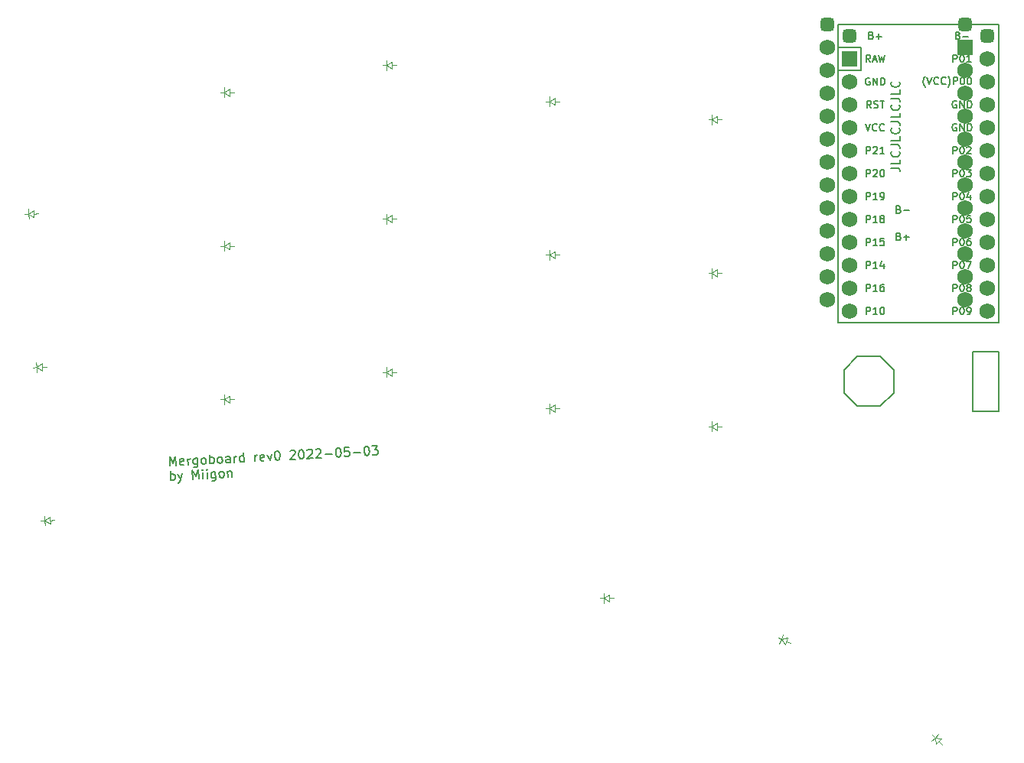
<source format=gbr>
%TF.GenerationSoftware,KiCad,Pcbnew,(6.0.4-0)*%
%TF.CreationDate,2022-05-03T20:10:54+08:00*%
%TF.ProjectId,board,626f6172-642e-46b6-9963-61645f706362,v1.0.0*%
%TF.SameCoordinates,Original*%
%TF.FileFunction,Legend,Top*%
%TF.FilePolarity,Positive*%
%FSLAX46Y46*%
G04 Gerber Fmt 4.6, Leading zero omitted, Abs format (unit mm)*
G04 Created by KiCad (PCBNEW (6.0.4-0)) date 2022-05-03 20:10:54*
%MOMM*%
%LPD*%
G01*
G04 APERTURE LIST*
G04 Aperture macros list*
%AMRoundRect*
0 Rectangle with rounded corners*
0 $1 Rounding radius*
0 $2 $3 $4 $5 $6 $7 $8 $9 X,Y pos of 4 corners*
0 Add a 4 corners polygon primitive as box body*
4,1,4,$2,$3,$4,$5,$6,$7,$8,$9,$2,$3,0*
0 Add four circle primitives for the rounded corners*
1,1,$1+$1,$2,$3*
1,1,$1+$1,$4,$5*
1,1,$1+$1,$6,$7*
1,1,$1+$1,$8,$9*
0 Add four rect primitives between the rounded corners*
20,1,$1+$1,$2,$3,$4,$5,0*
20,1,$1+$1,$4,$5,$6,$7,0*
20,1,$1+$1,$6,$7,$8,$9,0*
20,1,$1+$1,$8,$9,$2,$3,0*%
G04 Aperture macros list end*
%ADD10C,0.150000*%
%ADD11C,0.100000*%
%ADD12R,1.752600X1.752600*%
%ADD13C,1.752600*%
%ADD14RoundRect,0.375000X-0.375000X-0.375000X0.375000X-0.375000X0.375000X0.375000X-0.375000X0.375000X0*%
G04 APERTURE END LIST*
D10*
X53164854Y-81870208D02*
X53112518Y-80871578D01*
X53482777Y-81567440D01*
X53778271Y-80836688D01*
X53830607Y-81835317D01*
X54684083Y-81742904D02*
X54591467Y-81795442D01*
X54401252Y-81805411D01*
X54303652Y-81762841D01*
X54251114Y-81670226D01*
X54231177Y-81289796D01*
X54273746Y-81192196D01*
X54366361Y-81139658D01*
X54556577Y-81129689D01*
X54654176Y-81172259D01*
X54706715Y-81264874D01*
X54711699Y-81359981D01*
X54241145Y-81480011D01*
X55162113Y-81765536D02*
X55127222Y-81099783D01*
X55137191Y-81289998D02*
X55179760Y-81192398D01*
X55224822Y-81142352D01*
X55317437Y-81089814D01*
X55412545Y-81084830D01*
X56173405Y-81044955D02*
X56215773Y-81853369D01*
X56173203Y-81950969D01*
X56128142Y-82001015D01*
X56035526Y-82053553D01*
X55892865Y-82061030D01*
X55795265Y-82018460D01*
X56205804Y-81663154D02*
X56113188Y-81715692D01*
X55922973Y-81725661D01*
X55825374Y-81683091D01*
X55775328Y-81638030D01*
X55722789Y-81545414D01*
X55707836Y-81260092D01*
X55750406Y-81162492D01*
X55795467Y-81112446D01*
X55888083Y-81059908D01*
X56078298Y-81049939D01*
X56175898Y-81092508D01*
X56826495Y-81678309D02*
X56728895Y-81635740D01*
X56678849Y-81590678D01*
X56626311Y-81498063D01*
X56611358Y-81212740D01*
X56653928Y-81115140D01*
X56698989Y-81065094D01*
X56791605Y-81012556D01*
X56934266Y-81005080D01*
X57031866Y-81047649D01*
X57081912Y-81092711D01*
X57134450Y-81185326D01*
X57149403Y-81470649D01*
X57106834Y-81568249D01*
X57061772Y-81618295D01*
X56969157Y-81670833D01*
X56826495Y-81678309D01*
X57587356Y-81638434D02*
X57535020Y-80639805D01*
X57554957Y-81020235D02*
X57647573Y-80967697D01*
X57837788Y-80957728D01*
X57935388Y-81000298D01*
X57985434Y-81045359D01*
X58037972Y-81137975D01*
X58052925Y-81423297D01*
X58010356Y-81520897D01*
X57965294Y-81570943D01*
X57872679Y-81623481D01*
X57682463Y-81633450D01*
X57584864Y-81590880D01*
X58633539Y-81583606D02*
X58535939Y-81541037D01*
X58485893Y-81495975D01*
X58433355Y-81403360D01*
X58418402Y-81118037D01*
X58460972Y-81020437D01*
X58506033Y-80970391D01*
X58598649Y-80917853D01*
X58741310Y-80910377D01*
X58838910Y-80952946D01*
X58888956Y-80998008D01*
X58941494Y-81090623D01*
X58956447Y-81375946D01*
X58913878Y-81473545D01*
X58868816Y-81523591D01*
X58776201Y-81576130D01*
X58633539Y-81583606D01*
X59822384Y-81521301D02*
X59794970Y-80998210D01*
X59742432Y-80905594D01*
X59644832Y-80863025D01*
X59454617Y-80872994D01*
X59362001Y-80925532D01*
X59819892Y-81473748D02*
X59727276Y-81526286D01*
X59489507Y-81538747D01*
X59391908Y-81496177D01*
X59339369Y-81403562D01*
X59334385Y-81308454D01*
X59376954Y-81210855D01*
X59469570Y-81158316D01*
X59707339Y-81145855D01*
X59799954Y-81093317D01*
X60297922Y-81496380D02*
X60263031Y-80830627D01*
X60273000Y-81020842D02*
X60315569Y-80923242D01*
X60360631Y-80873196D01*
X60453246Y-80820658D01*
X60548354Y-80815673D01*
X61344105Y-81441551D02*
X61291769Y-80442922D01*
X61341613Y-81393998D02*
X61248997Y-81446536D01*
X61058782Y-81456505D01*
X60961183Y-81413935D01*
X60911137Y-81368873D01*
X60858598Y-81276258D01*
X60843645Y-80990935D01*
X60886215Y-80893336D01*
X60931276Y-80843290D01*
X61023892Y-80790751D01*
X61214107Y-80780783D01*
X61311707Y-80823352D01*
X62580504Y-81376754D02*
X62545613Y-80711001D01*
X62555582Y-80901217D02*
X62598151Y-80803617D01*
X62643213Y-80753571D01*
X62735828Y-80701033D01*
X62830936Y-80696048D01*
X63576641Y-81276865D02*
X63484025Y-81329403D01*
X63293810Y-81339372D01*
X63196211Y-81296802D01*
X63143672Y-81204187D01*
X63123735Y-80823757D01*
X63166304Y-80726157D01*
X63258920Y-80673619D01*
X63449135Y-80663650D01*
X63546735Y-80706219D01*
X63599273Y-80798835D01*
X63604257Y-80893942D01*
X63133704Y-81013972D01*
X63924673Y-80638728D02*
X64197332Y-81292020D01*
X64400211Y-80613806D01*
X64953411Y-80251023D02*
X65048518Y-80246039D01*
X65146118Y-80288608D01*
X65196164Y-80333670D01*
X65248702Y-80426285D01*
X65306225Y-80614008D01*
X65318686Y-80851777D01*
X65281101Y-81044485D01*
X65238531Y-81142084D01*
X65193470Y-81192130D01*
X65100854Y-81244668D01*
X65005747Y-81249653D01*
X64908147Y-81207083D01*
X64858101Y-81162022D01*
X64805563Y-81069406D01*
X64748040Y-80881684D01*
X64735579Y-80643915D01*
X64773164Y-80451207D01*
X64815734Y-80353607D01*
X64860795Y-80303562D01*
X64953411Y-80251023D01*
X66432562Y-80268873D02*
X66477624Y-80218827D01*
X66570239Y-80166289D01*
X66808008Y-80153828D01*
X66905608Y-80196397D01*
X66955654Y-80241459D01*
X67008192Y-80334074D01*
X67013177Y-80429182D01*
X66973099Y-80574336D01*
X66432360Y-81174887D01*
X67050560Y-81142489D01*
X67616423Y-80111461D02*
X67711530Y-80106476D01*
X67809130Y-80149046D01*
X67859176Y-80194107D01*
X67911714Y-80286723D01*
X67969237Y-80474446D01*
X67981698Y-80712215D01*
X67944113Y-80904922D01*
X67901543Y-81002522D01*
X67856482Y-81052568D01*
X67763866Y-81105106D01*
X67668759Y-81110090D01*
X67571159Y-81067521D01*
X67521113Y-81022459D01*
X67468575Y-80929844D01*
X67411052Y-80742121D01*
X67398591Y-80504352D01*
X67436176Y-80311645D01*
X67478746Y-80214045D01*
X67523807Y-80163999D01*
X67616423Y-80111461D01*
X68334714Y-80169186D02*
X68379776Y-80119140D01*
X68472391Y-80066601D01*
X68710160Y-80054140D01*
X68807760Y-80096710D01*
X68857806Y-80141771D01*
X68910344Y-80234387D01*
X68915328Y-80329494D01*
X68875251Y-80474648D01*
X68334512Y-81075200D01*
X68952711Y-81042801D01*
X69285790Y-80119342D02*
X69330851Y-80069296D01*
X69423467Y-80016758D01*
X69661236Y-80004297D01*
X69758835Y-80046866D01*
X69808881Y-80091928D01*
X69861420Y-80184543D01*
X69866404Y-80279651D01*
X69826327Y-80424804D01*
X69285588Y-81025356D01*
X69903787Y-80992957D01*
X70311833Y-80590097D02*
X71072694Y-80550222D01*
X71706049Y-79897133D02*
X71801156Y-79892148D01*
X71898756Y-79934718D01*
X71948802Y-79979779D01*
X72001340Y-80072395D01*
X72058863Y-80260118D01*
X72071323Y-80497887D01*
X72033738Y-80690594D01*
X71991169Y-80788194D01*
X71946107Y-80838240D01*
X71853492Y-80890778D01*
X71758384Y-80895762D01*
X71660785Y-80853193D01*
X71610739Y-80808131D01*
X71558201Y-80715516D01*
X71500678Y-80527793D01*
X71488217Y-80290024D01*
X71525802Y-80097316D01*
X71568372Y-79999717D01*
X71613433Y-79949671D01*
X71706049Y-79897133D01*
X72942447Y-79832336D02*
X72466909Y-79857258D01*
X72444277Y-80335288D01*
X72489339Y-80285242D01*
X72581954Y-80232703D01*
X72819723Y-80220243D01*
X72917323Y-80262812D01*
X72967369Y-80307874D01*
X73019907Y-80400489D01*
X73032368Y-80638258D01*
X72989799Y-80735858D01*
X72944737Y-80785904D01*
X72852122Y-80838442D01*
X72614353Y-80850903D01*
X72516753Y-80808333D01*
X72466707Y-80763272D01*
X73450383Y-80425613D02*
X74211244Y-80385738D01*
X74844598Y-79732648D02*
X74939706Y-79727664D01*
X75037306Y-79770233D01*
X75087352Y-79815295D01*
X75139890Y-79907910D01*
X75197412Y-80095633D01*
X75209873Y-80333402D01*
X75172288Y-80526109D01*
X75129719Y-80623709D01*
X75084657Y-80673755D01*
X74992042Y-80726293D01*
X74896934Y-80731278D01*
X74799335Y-80688708D01*
X74749289Y-80643647D01*
X74696751Y-80551031D01*
X74639228Y-80363308D01*
X74626767Y-80125539D01*
X74664352Y-79932832D01*
X74706921Y-79835232D01*
X74751983Y-79785186D01*
X74844598Y-79732648D01*
X75510352Y-79697758D02*
X76128551Y-79665359D01*
X75815612Y-80063235D01*
X75958273Y-80055758D01*
X76055873Y-80098328D01*
X76105919Y-80143389D01*
X76158457Y-80236005D01*
X76170918Y-80473773D01*
X76128349Y-80571373D01*
X76083287Y-80621419D01*
X75990672Y-80673957D01*
X75705349Y-80688910D01*
X75607749Y-80646341D01*
X75557703Y-80601279D01*
X53249115Y-83478002D02*
X53196779Y-82479372D01*
X53216716Y-82859803D02*
X53309332Y-82807264D01*
X53499547Y-82797296D01*
X53597146Y-82839865D01*
X53647192Y-82884927D01*
X53699731Y-82977542D01*
X53714684Y-83262865D01*
X53672114Y-83360465D01*
X53627053Y-83410510D01*
X53534437Y-83463049D01*
X53344222Y-83473017D01*
X53246622Y-83430448D01*
X54022638Y-82769882D02*
X54295298Y-83423174D01*
X54498176Y-82744960D02*
X54295298Y-83423174D01*
X54212651Y-83665927D01*
X54167590Y-83715973D01*
X54074974Y-83768511D01*
X55674358Y-83350900D02*
X55622022Y-82352271D01*
X55992281Y-83048132D01*
X56287775Y-82317380D01*
X56340111Y-83316010D01*
X56815649Y-83291088D02*
X56780758Y-82625335D01*
X56763313Y-82292458D02*
X56718251Y-82342504D01*
X56768297Y-82387566D01*
X56813359Y-82337520D01*
X56763313Y-82292458D01*
X56768297Y-82387566D01*
X57291187Y-83266166D02*
X57256296Y-82600413D01*
X57238851Y-82267536D02*
X57193789Y-82317582D01*
X57243835Y-82362644D01*
X57288897Y-82312598D01*
X57238851Y-82267536D01*
X57243835Y-82362644D01*
X58159818Y-82553061D02*
X58202185Y-83361476D01*
X58159616Y-83459075D01*
X58114554Y-83509121D01*
X58021939Y-83561659D01*
X57879277Y-83569136D01*
X57781678Y-83526567D01*
X58192216Y-83171260D02*
X58099601Y-83223799D01*
X57909386Y-83233767D01*
X57811786Y-83191198D01*
X57761740Y-83146136D01*
X57709202Y-83053521D01*
X57694249Y-82768198D01*
X57736818Y-82670598D01*
X57781880Y-82620552D01*
X57874495Y-82568014D01*
X58064710Y-82558046D01*
X58162310Y-82600615D01*
X58812908Y-83186416D02*
X58715308Y-83143846D01*
X58665262Y-83098785D01*
X58612724Y-83006169D01*
X58597771Y-82720847D01*
X58640340Y-82623247D01*
X58685402Y-82573201D01*
X58778017Y-82520663D01*
X58920678Y-82513186D01*
X59018278Y-82555756D01*
X59068324Y-82600817D01*
X59120862Y-82693433D01*
X59135815Y-82978755D01*
X59093246Y-83076355D01*
X59048184Y-83126401D01*
X58955569Y-83178939D01*
X58812908Y-83186416D01*
X59538878Y-82480788D02*
X59573768Y-83146541D01*
X59543862Y-82575895D02*
X59588924Y-82525849D01*
X59681539Y-82473311D01*
X59824200Y-82465835D01*
X59921800Y-82508404D01*
X59974338Y-82601019D01*
X60001752Y-83124111D01*
X132922380Y-48908690D02*
X133636666Y-48908690D01*
X133779523Y-48956309D01*
X133874761Y-49051547D01*
X133922380Y-49194404D01*
X133922380Y-49289642D01*
X133922380Y-47956309D02*
X133922380Y-48432500D01*
X132922380Y-48432500D01*
X133827142Y-47051547D02*
X133874761Y-47099166D01*
X133922380Y-47242023D01*
X133922380Y-47337261D01*
X133874761Y-47480119D01*
X133779523Y-47575357D01*
X133684285Y-47622976D01*
X133493809Y-47670595D01*
X133350952Y-47670595D01*
X133160476Y-47622976D01*
X133065238Y-47575357D01*
X132970000Y-47480119D01*
X132922380Y-47337261D01*
X132922380Y-47242023D01*
X132970000Y-47099166D01*
X133017619Y-47051547D01*
X132922380Y-46337261D02*
X133636666Y-46337261D01*
X133779523Y-46384880D01*
X133874761Y-46480119D01*
X133922380Y-46622976D01*
X133922380Y-46718214D01*
X133922380Y-45384880D02*
X133922380Y-45861071D01*
X132922380Y-45861071D01*
X133827142Y-44480119D02*
X133874761Y-44527738D01*
X133922380Y-44670595D01*
X133922380Y-44765833D01*
X133874761Y-44908690D01*
X133779523Y-45003928D01*
X133684285Y-45051547D01*
X133493809Y-45099166D01*
X133350952Y-45099166D01*
X133160476Y-45051547D01*
X133065238Y-45003928D01*
X132970000Y-44908690D01*
X132922380Y-44765833D01*
X132922380Y-44670595D01*
X132970000Y-44527738D01*
X133017619Y-44480119D01*
X132922380Y-43765833D02*
X133636666Y-43765833D01*
X133779523Y-43813452D01*
X133874761Y-43908690D01*
X133922380Y-44051547D01*
X133922380Y-44146785D01*
X133922380Y-42813452D02*
X133922380Y-43289642D01*
X132922380Y-43289642D01*
X133827142Y-41908690D02*
X133874761Y-41956309D01*
X133922380Y-42099166D01*
X133922380Y-42194404D01*
X133874761Y-42337261D01*
X133779523Y-42432500D01*
X133684285Y-42480119D01*
X133493809Y-42527738D01*
X133350952Y-42527738D01*
X133160476Y-42480119D01*
X133065238Y-42432500D01*
X132970000Y-42337261D01*
X132922380Y-42194404D01*
X132922380Y-42099166D01*
X132970000Y-41956309D01*
X133017619Y-41908690D01*
X132922380Y-41194404D02*
X133636666Y-41194404D01*
X133779523Y-41242023D01*
X133874761Y-41337261D01*
X133922380Y-41480119D01*
X133922380Y-41575357D01*
X133922380Y-40242023D02*
X133922380Y-40718214D01*
X132922380Y-40718214D01*
X133827142Y-39337261D02*
X133874761Y-39384880D01*
X133922380Y-39527738D01*
X133922380Y-39622976D01*
X133874761Y-39765833D01*
X133779523Y-39861071D01*
X133684285Y-39908690D01*
X133493809Y-39956309D01*
X133350952Y-39956309D01*
X133160476Y-39908690D01*
X133065238Y-39861071D01*
X132970000Y-39765833D01*
X132922380Y-39622976D01*
X132922380Y-39527738D01*
X132970000Y-39384880D01*
X133017619Y-39337261D01*
%TO.C,PAD1*%
X133781904Y-56472857D02*
X133896190Y-56510952D01*
X133934285Y-56549047D01*
X133972380Y-56625238D01*
X133972380Y-56739523D01*
X133934285Y-56815714D01*
X133896190Y-56853809D01*
X133820000Y-56891904D01*
X133515238Y-56891904D01*
X133515238Y-56091904D01*
X133781904Y-56091904D01*
X133858095Y-56130000D01*
X133896190Y-56168095D01*
X133934285Y-56244285D01*
X133934285Y-56320476D01*
X133896190Y-56396666D01*
X133858095Y-56434761D01*
X133781904Y-56472857D01*
X133515238Y-56472857D01*
X134315238Y-56587142D02*
X134924761Y-56587142D01*
X134620000Y-56891904D02*
X134620000Y-56282380D01*
%TO.C,MCU2*%
X139798571Y-60031904D02*
X139798571Y-59231904D01*
X140103333Y-59231904D01*
X140179523Y-59270000D01*
X140217619Y-59308095D01*
X140255714Y-59384285D01*
X140255714Y-59498571D01*
X140217619Y-59574761D01*
X140179523Y-59612857D01*
X140103333Y-59650952D01*
X139798571Y-59650952D01*
X140750952Y-59231904D02*
X140827142Y-59231904D01*
X140903333Y-59270000D01*
X140941428Y-59308095D01*
X140979523Y-59384285D01*
X141017619Y-59536666D01*
X141017619Y-59727142D01*
X140979523Y-59879523D01*
X140941428Y-59955714D01*
X140903333Y-59993809D01*
X140827142Y-60031904D01*
X140750952Y-60031904D01*
X140674761Y-59993809D01*
X140636666Y-59955714D01*
X140598571Y-59879523D01*
X140560476Y-59727142D01*
X140560476Y-59536666D01*
X140598571Y-59384285D01*
X140636666Y-59308095D01*
X140674761Y-59270000D01*
X140750952Y-59231904D01*
X141284285Y-59231904D02*
X141817619Y-59231904D01*
X141474761Y-60031904D01*
X130731904Y-42251904D02*
X130465238Y-41870952D01*
X130274761Y-42251904D02*
X130274761Y-41451904D01*
X130579523Y-41451904D01*
X130655714Y-41490000D01*
X130693809Y-41528095D01*
X130731904Y-41604285D01*
X130731904Y-41718571D01*
X130693809Y-41794761D01*
X130655714Y-41832857D01*
X130579523Y-41870952D01*
X130274761Y-41870952D01*
X131036666Y-42213809D02*
X131150952Y-42251904D01*
X131341428Y-42251904D01*
X131417619Y-42213809D01*
X131455714Y-42175714D01*
X131493809Y-42099523D01*
X131493809Y-42023333D01*
X131455714Y-41947142D01*
X131417619Y-41909047D01*
X131341428Y-41870952D01*
X131189047Y-41832857D01*
X131112857Y-41794761D01*
X131074761Y-41756666D01*
X131036666Y-41680476D01*
X131036666Y-41604285D01*
X131074761Y-41528095D01*
X131112857Y-41490000D01*
X131189047Y-41451904D01*
X131379523Y-41451904D01*
X131493809Y-41490000D01*
X131722380Y-41451904D02*
X132179523Y-41451904D01*
X131950952Y-42251904D02*
X131950952Y-41451904D01*
X130617619Y-37171904D02*
X130350952Y-36790952D01*
X130160476Y-37171904D02*
X130160476Y-36371904D01*
X130465238Y-36371904D01*
X130541428Y-36410000D01*
X130579523Y-36448095D01*
X130617619Y-36524285D01*
X130617619Y-36638571D01*
X130579523Y-36714761D01*
X130541428Y-36752857D01*
X130465238Y-36790952D01*
X130160476Y-36790952D01*
X130922380Y-36943333D02*
X131303333Y-36943333D01*
X130846190Y-37171904D02*
X131112857Y-36371904D01*
X131379523Y-37171904D01*
X131570000Y-36371904D02*
X131760476Y-37171904D01*
X131912857Y-36600476D01*
X132065238Y-37171904D01*
X132255714Y-36371904D01*
X139798571Y-54951904D02*
X139798571Y-54151904D01*
X140103333Y-54151904D01*
X140179523Y-54190000D01*
X140217619Y-54228095D01*
X140255714Y-54304285D01*
X140255714Y-54418571D01*
X140217619Y-54494761D01*
X140179523Y-54532857D01*
X140103333Y-54570952D01*
X139798571Y-54570952D01*
X140750952Y-54151904D02*
X140827142Y-54151904D01*
X140903333Y-54190000D01*
X140941428Y-54228095D01*
X140979523Y-54304285D01*
X141017619Y-54456666D01*
X141017619Y-54647142D01*
X140979523Y-54799523D01*
X140941428Y-54875714D01*
X140903333Y-54913809D01*
X140827142Y-54951904D01*
X140750952Y-54951904D01*
X140674761Y-54913809D01*
X140636666Y-54875714D01*
X140598571Y-54799523D01*
X140560476Y-54647142D01*
X140560476Y-54456666D01*
X140598571Y-54304285D01*
X140636666Y-54228095D01*
X140674761Y-54190000D01*
X140750952Y-54151904D01*
X141741428Y-54151904D02*
X141360476Y-54151904D01*
X141322380Y-54532857D01*
X141360476Y-54494761D01*
X141436666Y-54456666D01*
X141627142Y-54456666D01*
X141703333Y-54494761D01*
X141741428Y-54532857D01*
X141779523Y-54609047D01*
X141779523Y-54799523D01*
X141741428Y-54875714D01*
X141703333Y-54913809D01*
X141627142Y-54951904D01*
X141436666Y-54951904D01*
X141360476Y-54913809D01*
X141322380Y-54875714D01*
X130198571Y-54951904D02*
X130198571Y-54151904D01*
X130503333Y-54151904D01*
X130579523Y-54190000D01*
X130617619Y-54228095D01*
X130655714Y-54304285D01*
X130655714Y-54418571D01*
X130617619Y-54494761D01*
X130579523Y-54532857D01*
X130503333Y-54570952D01*
X130198571Y-54570952D01*
X131417619Y-54951904D02*
X130960476Y-54951904D01*
X131189047Y-54951904D02*
X131189047Y-54151904D01*
X131112857Y-54266190D01*
X131036666Y-54342380D01*
X130960476Y-54380476D01*
X131874761Y-54494761D02*
X131798571Y-54456666D01*
X131760476Y-54418571D01*
X131722380Y-54342380D01*
X131722380Y-54304285D01*
X131760476Y-54228095D01*
X131798571Y-54190000D01*
X131874761Y-54151904D01*
X132027142Y-54151904D01*
X132103333Y-54190000D01*
X132141428Y-54228095D01*
X132179523Y-54304285D01*
X132179523Y-54342380D01*
X132141428Y-54418571D01*
X132103333Y-54456666D01*
X132027142Y-54494761D01*
X131874761Y-54494761D01*
X131798571Y-54532857D01*
X131760476Y-54570952D01*
X131722380Y-54647142D01*
X131722380Y-54799523D01*
X131760476Y-54875714D01*
X131798571Y-54913809D01*
X131874761Y-54951904D01*
X132027142Y-54951904D01*
X132103333Y-54913809D01*
X132141428Y-54875714D01*
X132179523Y-54799523D01*
X132179523Y-54647142D01*
X132141428Y-54570952D01*
X132103333Y-54532857D01*
X132027142Y-54494761D01*
X130198571Y-65111904D02*
X130198571Y-64311904D01*
X130503333Y-64311904D01*
X130579523Y-64350000D01*
X130617619Y-64388095D01*
X130655714Y-64464285D01*
X130655714Y-64578571D01*
X130617619Y-64654761D01*
X130579523Y-64692857D01*
X130503333Y-64730952D01*
X130198571Y-64730952D01*
X131417619Y-65111904D02*
X130960476Y-65111904D01*
X131189047Y-65111904D02*
X131189047Y-64311904D01*
X131112857Y-64426190D01*
X131036666Y-64502380D01*
X130960476Y-64540476D01*
X131912857Y-64311904D02*
X131989047Y-64311904D01*
X132065238Y-64350000D01*
X132103333Y-64388095D01*
X132141428Y-64464285D01*
X132179523Y-64616666D01*
X132179523Y-64807142D01*
X132141428Y-64959523D01*
X132103333Y-65035714D01*
X132065238Y-65073809D01*
X131989047Y-65111904D01*
X131912857Y-65111904D01*
X131836666Y-65073809D01*
X131798571Y-65035714D01*
X131760476Y-64959523D01*
X131722380Y-64807142D01*
X131722380Y-64616666D01*
X131760476Y-64464285D01*
X131798571Y-64388095D01*
X131836666Y-64350000D01*
X131912857Y-64311904D01*
X136710343Y-39952791D02*
X136672248Y-39914696D01*
X136596057Y-39800410D01*
X136557962Y-39724220D01*
X136519867Y-39609934D01*
X136481771Y-39419458D01*
X136481771Y-39267077D01*
X136519867Y-39076601D01*
X136557962Y-38962315D01*
X136596057Y-38886125D01*
X136672248Y-38771839D01*
X136710343Y-38733744D01*
X136900819Y-38848029D02*
X137167486Y-39648029D01*
X137434152Y-38848029D01*
X138157962Y-39571839D02*
X138119867Y-39609934D01*
X138005581Y-39648029D01*
X137929391Y-39648029D01*
X137815105Y-39609934D01*
X137738914Y-39533744D01*
X137700819Y-39457553D01*
X137662724Y-39305172D01*
X137662724Y-39190886D01*
X137700819Y-39038505D01*
X137738914Y-38962315D01*
X137815105Y-38886125D01*
X137929391Y-38848029D01*
X138005581Y-38848029D01*
X138119867Y-38886125D01*
X138157962Y-38924220D01*
X138957962Y-39571839D02*
X138919867Y-39609934D01*
X138805581Y-39648029D01*
X138729391Y-39648029D01*
X138615105Y-39609934D01*
X138538914Y-39533744D01*
X138500819Y-39457553D01*
X138462724Y-39305172D01*
X138462724Y-39190886D01*
X138500819Y-39038505D01*
X138538914Y-38962315D01*
X138615105Y-38886125D01*
X138729391Y-38848029D01*
X138805581Y-38848029D01*
X138919867Y-38886125D01*
X138957962Y-38924220D01*
X139224629Y-39952791D02*
X139262724Y-39914696D01*
X139338914Y-39800410D01*
X139377010Y-39724220D01*
X139415105Y-39609934D01*
X139453200Y-39419458D01*
X139453200Y-39267077D01*
X139415105Y-39076601D01*
X139377010Y-38962315D01*
X139338914Y-38886125D01*
X139262724Y-38771839D01*
X139224629Y-38733744D01*
X139834152Y-39648029D02*
X139834152Y-38848029D01*
X140138914Y-38848029D01*
X140215105Y-38886125D01*
X140253200Y-38924220D01*
X140291295Y-39000410D01*
X140291295Y-39114696D01*
X140253200Y-39190886D01*
X140215105Y-39228982D01*
X140138914Y-39267077D01*
X139834152Y-39267077D01*
X140786533Y-38848029D02*
X140862724Y-38848029D01*
X140938914Y-38886125D01*
X140977010Y-38924220D01*
X141015105Y-39000410D01*
X141053200Y-39152791D01*
X141053200Y-39343267D01*
X141015105Y-39495648D01*
X140977010Y-39571839D01*
X140938914Y-39609934D01*
X140862724Y-39648029D01*
X140786533Y-39648029D01*
X140710343Y-39609934D01*
X140672248Y-39571839D01*
X140634152Y-39495648D01*
X140596057Y-39343267D01*
X140596057Y-39152791D01*
X140634152Y-39000410D01*
X140672248Y-38924220D01*
X140710343Y-38886125D01*
X140786533Y-38848029D01*
X141548438Y-38848029D02*
X141624629Y-38848029D01*
X141700819Y-38886125D01*
X141738914Y-38924220D01*
X141777010Y-39000410D01*
X141815105Y-39152791D01*
X141815105Y-39343267D01*
X141777010Y-39495648D01*
X141738914Y-39571839D01*
X141700819Y-39609934D01*
X141624629Y-39648029D01*
X141548438Y-39648029D01*
X141472248Y-39609934D01*
X141434152Y-39571839D01*
X141396057Y-39495648D01*
X141357962Y-39343267D01*
X141357962Y-39152791D01*
X141396057Y-39000410D01*
X141434152Y-38924220D01*
X141472248Y-38886125D01*
X141548438Y-38848029D01*
X140160476Y-44030000D02*
X140084285Y-43991904D01*
X139970000Y-43991904D01*
X139855714Y-44030000D01*
X139779523Y-44106190D01*
X139741428Y-44182380D01*
X139703333Y-44334761D01*
X139703333Y-44449047D01*
X139741428Y-44601428D01*
X139779523Y-44677619D01*
X139855714Y-44753809D01*
X139970000Y-44791904D01*
X140046190Y-44791904D01*
X140160476Y-44753809D01*
X140198571Y-44715714D01*
X140198571Y-44449047D01*
X140046190Y-44449047D01*
X140541428Y-44791904D02*
X140541428Y-43991904D01*
X140998571Y-44791904D01*
X140998571Y-43991904D01*
X141379523Y-44791904D02*
X141379523Y-43991904D01*
X141570000Y-43991904D01*
X141684285Y-44030000D01*
X141760476Y-44106190D01*
X141798571Y-44182380D01*
X141836666Y-44334761D01*
X141836666Y-44449047D01*
X141798571Y-44601428D01*
X141760476Y-44677619D01*
X141684285Y-44753809D01*
X141570000Y-44791904D01*
X141379523Y-44791904D01*
X130103333Y-43991904D02*
X130370000Y-44791904D01*
X130636666Y-43991904D01*
X131360476Y-44715714D02*
X131322380Y-44753809D01*
X131208095Y-44791904D01*
X131131904Y-44791904D01*
X131017619Y-44753809D01*
X130941428Y-44677619D01*
X130903333Y-44601428D01*
X130865238Y-44449047D01*
X130865238Y-44334761D01*
X130903333Y-44182380D01*
X130941428Y-44106190D01*
X131017619Y-44030000D01*
X131131904Y-43991904D01*
X131208095Y-43991904D01*
X131322380Y-44030000D01*
X131360476Y-44068095D01*
X132160476Y-44715714D02*
X132122380Y-44753809D01*
X132008095Y-44791904D01*
X131931904Y-44791904D01*
X131817619Y-44753809D01*
X131741428Y-44677619D01*
X131703333Y-44601428D01*
X131665238Y-44449047D01*
X131665238Y-44334761D01*
X131703333Y-44182380D01*
X131741428Y-44106190D01*
X131817619Y-44030000D01*
X131931904Y-43991904D01*
X132008095Y-43991904D01*
X132122380Y-44030000D01*
X132160476Y-44068095D01*
X139798571Y-52411904D02*
X139798571Y-51611904D01*
X140103333Y-51611904D01*
X140179523Y-51650000D01*
X140217619Y-51688095D01*
X140255714Y-51764285D01*
X140255714Y-51878571D01*
X140217619Y-51954761D01*
X140179523Y-51992857D01*
X140103333Y-52030952D01*
X139798571Y-52030952D01*
X140750952Y-51611904D02*
X140827142Y-51611904D01*
X140903333Y-51650000D01*
X140941428Y-51688095D01*
X140979523Y-51764285D01*
X141017619Y-51916666D01*
X141017619Y-52107142D01*
X140979523Y-52259523D01*
X140941428Y-52335714D01*
X140903333Y-52373809D01*
X140827142Y-52411904D01*
X140750952Y-52411904D01*
X140674761Y-52373809D01*
X140636666Y-52335714D01*
X140598571Y-52259523D01*
X140560476Y-52107142D01*
X140560476Y-51916666D01*
X140598571Y-51764285D01*
X140636666Y-51688095D01*
X140674761Y-51650000D01*
X140750952Y-51611904D01*
X141703333Y-51878571D02*
X141703333Y-52411904D01*
X141512857Y-51573809D02*
X141322380Y-52145238D01*
X141817619Y-52145238D01*
X130198571Y-49871904D02*
X130198571Y-49071904D01*
X130503333Y-49071904D01*
X130579523Y-49110000D01*
X130617619Y-49148095D01*
X130655714Y-49224285D01*
X130655714Y-49338571D01*
X130617619Y-49414761D01*
X130579523Y-49452857D01*
X130503333Y-49490952D01*
X130198571Y-49490952D01*
X130960476Y-49148095D02*
X130998571Y-49110000D01*
X131074761Y-49071904D01*
X131265238Y-49071904D01*
X131341428Y-49110000D01*
X131379523Y-49148095D01*
X131417619Y-49224285D01*
X131417619Y-49300476D01*
X131379523Y-49414761D01*
X130922380Y-49871904D01*
X131417619Y-49871904D01*
X131912857Y-49071904D02*
X131989047Y-49071904D01*
X132065238Y-49110000D01*
X132103333Y-49148095D01*
X132141428Y-49224285D01*
X132179523Y-49376666D01*
X132179523Y-49567142D01*
X132141428Y-49719523D01*
X132103333Y-49795714D01*
X132065238Y-49833809D01*
X131989047Y-49871904D01*
X131912857Y-49871904D01*
X131836666Y-49833809D01*
X131798571Y-49795714D01*
X131760476Y-49719523D01*
X131722380Y-49567142D01*
X131722380Y-49376666D01*
X131760476Y-49224285D01*
X131798571Y-49148095D01*
X131836666Y-49110000D01*
X131912857Y-49071904D01*
X130198571Y-57491904D02*
X130198571Y-56691904D01*
X130503333Y-56691904D01*
X130579523Y-56730000D01*
X130617619Y-56768095D01*
X130655714Y-56844285D01*
X130655714Y-56958571D01*
X130617619Y-57034761D01*
X130579523Y-57072857D01*
X130503333Y-57110952D01*
X130198571Y-57110952D01*
X131417619Y-57491904D02*
X130960476Y-57491904D01*
X131189047Y-57491904D02*
X131189047Y-56691904D01*
X131112857Y-56806190D01*
X131036666Y-56882380D01*
X130960476Y-56920476D01*
X132141428Y-56691904D02*
X131760476Y-56691904D01*
X131722380Y-57072857D01*
X131760476Y-57034761D01*
X131836666Y-56996666D01*
X132027142Y-56996666D01*
X132103333Y-57034761D01*
X132141428Y-57072857D01*
X132179523Y-57149047D01*
X132179523Y-57339523D01*
X132141428Y-57415714D01*
X132103333Y-57453809D01*
X132027142Y-57491904D01*
X131836666Y-57491904D01*
X131760476Y-57453809D01*
X131722380Y-57415714D01*
X130198571Y-47331904D02*
X130198571Y-46531904D01*
X130503333Y-46531904D01*
X130579523Y-46570000D01*
X130617619Y-46608095D01*
X130655714Y-46684285D01*
X130655714Y-46798571D01*
X130617619Y-46874761D01*
X130579523Y-46912857D01*
X130503333Y-46950952D01*
X130198571Y-46950952D01*
X130960476Y-46608095D02*
X130998571Y-46570000D01*
X131074761Y-46531904D01*
X131265238Y-46531904D01*
X131341428Y-46570000D01*
X131379523Y-46608095D01*
X131417619Y-46684285D01*
X131417619Y-46760476D01*
X131379523Y-46874761D01*
X130922380Y-47331904D01*
X131417619Y-47331904D01*
X132179523Y-47331904D02*
X131722380Y-47331904D01*
X131950952Y-47331904D02*
X131950952Y-46531904D01*
X131874761Y-46646190D01*
X131798571Y-46722380D01*
X131722380Y-46760476D01*
X139798571Y-37171904D02*
X139798571Y-36371904D01*
X140103333Y-36371904D01*
X140179523Y-36410000D01*
X140217619Y-36448095D01*
X140255714Y-36524285D01*
X140255714Y-36638571D01*
X140217619Y-36714761D01*
X140179523Y-36752857D01*
X140103333Y-36790952D01*
X139798571Y-36790952D01*
X140750952Y-36371904D02*
X140827142Y-36371904D01*
X140903333Y-36410000D01*
X140941428Y-36448095D01*
X140979523Y-36524285D01*
X141017619Y-36676666D01*
X141017619Y-36867142D01*
X140979523Y-37019523D01*
X140941428Y-37095714D01*
X140903333Y-37133809D01*
X140827142Y-37171904D01*
X140750952Y-37171904D01*
X140674761Y-37133809D01*
X140636666Y-37095714D01*
X140598571Y-37019523D01*
X140560476Y-36867142D01*
X140560476Y-36676666D01*
X140598571Y-36524285D01*
X140636666Y-36448095D01*
X140674761Y-36410000D01*
X140750952Y-36371904D01*
X141779523Y-37171904D02*
X141322380Y-37171904D01*
X141550952Y-37171904D02*
X141550952Y-36371904D01*
X141474761Y-36486190D01*
X141398571Y-36562380D01*
X141322380Y-36600476D01*
X130731904Y-34212857D02*
X130846190Y-34250952D01*
X130884285Y-34289047D01*
X130922380Y-34365238D01*
X130922380Y-34479523D01*
X130884285Y-34555714D01*
X130846190Y-34593809D01*
X130770000Y-34631904D01*
X130465238Y-34631904D01*
X130465238Y-33831904D01*
X130731904Y-33831904D01*
X130808095Y-33870000D01*
X130846190Y-33908095D01*
X130884285Y-33984285D01*
X130884285Y-34060476D01*
X130846190Y-34136666D01*
X130808095Y-34174761D01*
X130731904Y-34212857D01*
X130465238Y-34212857D01*
X131265238Y-34327142D02*
X131874761Y-34327142D01*
X131570000Y-34631904D02*
X131570000Y-34022380D01*
X130198571Y-62571904D02*
X130198571Y-61771904D01*
X130503333Y-61771904D01*
X130579523Y-61810000D01*
X130617619Y-61848095D01*
X130655714Y-61924285D01*
X130655714Y-62038571D01*
X130617619Y-62114761D01*
X130579523Y-62152857D01*
X130503333Y-62190952D01*
X130198571Y-62190952D01*
X131417619Y-62571904D02*
X130960476Y-62571904D01*
X131189047Y-62571904D02*
X131189047Y-61771904D01*
X131112857Y-61886190D01*
X131036666Y-61962380D01*
X130960476Y-62000476D01*
X132103333Y-61771904D02*
X131950952Y-61771904D01*
X131874761Y-61810000D01*
X131836666Y-61848095D01*
X131760476Y-61962380D01*
X131722380Y-62114761D01*
X131722380Y-62419523D01*
X131760476Y-62495714D01*
X131798571Y-62533809D01*
X131874761Y-62571904D01*
X132027142Y-62571904D01*
X132103333Y-62533809D01*
X132141428Y-62495714D01*
X132179523Y-62419523D01*
X132179523Y-62229047D01*
X132141428Y-62152857D01*
X132103333Y-62114761D01*
X132027142Y-62076666D01*
X131874761Y-62076666D01*
X131798571Y-62114761D01*
X131760476Y-62152857D01*
X131722380Y-62229047D01*
X140160476Y-41490000D02*
X140084285Y-41451904D01*
X139970000Y-41451904D01*
X139855714Y-41490000D01*
X139779523Y-41566190D01*
X139741428Y-41642380D01*
X139703333Y-41794761D01*
X139703333Y-41909047D01*
X139741428Y-42061428D01*
X139779523Y-42137619D01*
X139855714Y-42213809D01*
X139970000Y-42251904D01*
X140046190Y-42251904D01*
X140160476Y-42213809D01*
X140198571Y-42175714D01*
X140198571Y-41909047D01*
X140046190Y-41909047D01*
X140541428Y-42251904D02*
X140541428Y-41451904D01*
X140998571Y-42251904D01*
X140998571Y-41451904D01*
X141379523Y-42251904D02*
X141379523Y-41451904D01*
X141570000Y-41451904D01*
X141684285Y-41490000D01*
X141760476Y-41566190D01*
X141798571Y-41642380D01*
X141836666Y-41794761D01*
X141836666Y-41909047D01*
X141798571Y-42061428D01*
X141760476Y-42137619D01*
X141684285Y-42213809D01*
X141570000Y-42251904D01*
X141379523Y-42251904D01*
X139798571Y-47331904D02*
X139798571Y-46531904D01*
X140103333Y-46531904D01*
X140179523Y-46570000D01*
X140217619Y-46608095D01*
X140255714Y-46684285D01*
X140255714Y-46798571D01*
X140217619Y-46874761D01*
X140179523Y-46912857D01*
X140103333Y-46950952D01*
X139798571Y-46950952D01*
X140750952Y-46531904D02*
X140827142Y-46531904D01*
X140903333Y-46570000D01*
X140941428Y-46608095D01*
X140979523Y-46684285D01*
X141017619Y-46836666D01*
X141017619Y-47027142D01*
X140979523Y-47179523D01*
X140941428Y-47255714D01*
X140903333Y-47293809D01*
X140827142Y-47331904D01*
X140750952Y-47331904D01*
X140674761Y-47293809D01*
X140636666Y-47255714D01*
X140598571Y-47179523D01*
X140560476Y-47027142D01*
X140560476Y-46836666D01*
X140598571Y-46684285D01*
X140636666Y-46608095D01*
X140674761Y-46570000D01*
X140750952Y-46531904D01*
X141322380Y-46608095D02*
X141360476Y-46570000D01*
X141436666Y-46531904D01*
X141627142Y-46531904D01*
X141703333Y-46570000D01*
X141741428Y-46608095D01*
X141779523Y-46684285D01*
X141779523Y-46760476D01*
X141741428Y-46874761D01*
X141284285Y-47331904D01*
X141779523Y-47331904D01*
X130198571Y-60031904D02*
X130198571Y-59231904D01*
X130503333Y-59231904D01*
X130579523Y-59270000D01*
X130617619Y-59308095D01*
X130655714Y-59384285D01*
X130655714Y-59498571D01*
X130617619Y-59574761D01*
X130579523Y-59612857D01*
X130503333Y-59650952D01*
X130198571Y-59650952D01*
X131417619Y-60031904D02*
X130960476Y-60031904D01*
X131189047Y-60031904D02*
X131189047Y-59231904D01*
X131112857Y-59346190D01*
X131036666Y-59422380D01*
X130960476Y-59460476D01*
X132103333Y-59498571D02*
X132103333Y-60031904D01*
X131912857Y-59193809D02*
X131722380Y-59765238D01*
X132217619Y-59765238D01*
X139798571Y-49871904D02*
X139798571Y-49071904D01*
X140103333Y-49071904D01*
X140179523Y-49110000D01*
X140217619Y-49148095D01*
X140255714Y-49224285D01*
X140255714Y-49338571D01*
X140217619Y-49414761D01*
X140179523Y-49452857D01*
X140103333Y-49490952D01*
X139798571Y-49490952D01*
X140750952Y-49071904D02*
X140827142Y-49071904D01*
X140903333Y-49110000D01*
X140941428Y-49148095D01*
X140979523Y-49224285D01*
X141017619Y-49376666D01*
X141017619Y-49567142D01*
X140979523Y-49719523D01*
X140941428Y-49795714D01*
X140903333Y-49833809D01*
X140827142Y-49871904D01*
X140750952Y-49871904D01*
X140674761Y-49833809D01*
X140636666Y-49795714D01*
X140598571Y-49719523D01*
X140560476Y-49567142D01*
X140560476Y-49376666D01*
X140598571Y-49224285D01*
X140636666Y-49148095D01*
X140674761Y-49110000D01*
X140750952Y-49071904D01*
X141284285Y-49071904D02*
X141779523Y-49071904D01*
X141512857Y-49376666D01*
X141627142Y-49376666D01*
X141703333Y-49414761D01*
X141741428Y-49452857D01*
X141779523Y-49529047D01*
X141779523Y-49719523D01*
X141741428Y-49795714D01*
X141703333Y-49833809D01*
X141627142Y-49871904D01*
X141398571Y-49871904D01*
X141322380Y-49833809D01*
X141284285Y-49795714D01*
X130560476Y-38950000D02*
X130484285Y-38911904D01*
X130370000Y-38911904D01*
X130255714Y-38950000D01*
X130179523Y-39026190D01*
X130141428Y-39102380D01*
X130103333Y-39254761D01*
X130103333Y-39369047D01*
X130141428Y-39521428D01*
X130179523Y-39597619D01*
X130255714Y-39673809D01*
X130370000Y-39711904D01*
X130446190Y-39711904D01*
X130560476Y-39673809D01*
X130598571Y-39635714D01*
X130598571Y-39369047D01*
X130446190Y-39369047D01*
X130941428Y-39711904D02*
X130941428Y-38911904D01*
X131398571Y-39711904D01*
X131398571Y-38911904D01*
X131779523Y-39711904D02*
X131779523Y-38911904D01*
X131970000Y-38911904D01*
X132084285Y-38950000D01*
X132160476Y-39026190D01*
X132198571Y-39102380D01*
X132236666Y-39254761D01*
X132236666Y-39369047D01*
X132198571Y-39521428D01*
X132160476Y-39597619D01*
X132084285Y-39673809D01*
X131970000Y-39711904D01*
X131779523Y-39711904D01*
X139798571Y-65111904D02*
X139798571Y-64311904D01*
X140103333Y-64311904D01*
X140179523Y-64350000D01*
X140217619Y-64388095D01*
X140255714Y-64464285D01*
X140255714Y-64578571D01*
X140217619Y-64654761D01*
X140179523Y-64692857D01*
X140103333Y-64730952D01*
X139798571Y-64730952D01*
X140750952Y-64311904D02*
X140827142Y-64311904D01*
X140903333Y-64350000D01*
X140941428Y-64388095D01*
X140979523Y-64464285D01*
X141017619Y-64616666D01*
X141017619Y-64807142D01*
X140979523Y-64959523D01*
X140941428Y-65035714D01*
X140903333Y-65073809D01*
X140827142Y-65111904D01*
X140750952Y-65111904D01*
X140674761Y-65073809D01*
X140636666Y-65035714D01*
X140598571Y-64959523D01*
X140560476Y-64807142D01*
X140560476Y-64616666D01*
X140598571Y-64464285D01*
X140636666Y-64388095D01*
X140674761Y-64350000D01*
X140750952Y-64311904D01*
X141398571Y-65111904D02*
X141550952Y-65111904D01*
X141627142Y-65073809D01*
X141665238Y-65035714D01*
X141741428Y-64921428D01*
X141779523Y-64769047D01*
X141779523Y-64464285D01*
X141741428Y-64388095D01*
X141703333Y-64350000D01*
X141627142Y-64311904D01*
X141474761Y-64311904D01*
X141398571Y-64350000D01*
X141360476Y-64388095D01*
X141322380Y-64464285D01*
X141322380Y-64654761D01*
X141360476Y-64730952D01*
X141398571Y-64769047D01*
X141474761Y-64807142D01*
X141627142Y-64807142D01*
X141703333Y-64769047D01*
X141741428Y-64730952D01*
X141779523Y-64654761D01*
X139798571Y-62571904D02*
X139798571Y-61771904D01*
X140103333Y-61771904D01*
X140179523Y-61810000D01*
X140217619Y-61848095D01*
X140255714Y-61924285D01*
X140255714Y-62038571D01*
X140217619Y-62114761D01*
X140179523Y-62152857D01*
X140103333Y-62190952D01*
X139798571Y-62190952D01*
X140750952Y-61771904D02*
X140827142Y-61771904D01*
X140903333Y-61810000D01*
X140941428Y-61848095D01*
X140979523Y-61924285D01*
X141017619Y-62076666D01*
X141017619Y-62267142D01*
X140979523Y-62419523D01*
X140941428Y-62495714D01*
X140903333Y-62533809D01*
X140827142Y-62571904D01*
X140750952Y-62571904D01*
X140674761Y-62533809D01*
X140636666Y-62495714D01*
X140598571Y-62419523D01*
X140560476Y-62267142D01*
X140560476Y-62076666D01*
X140598571Y-61924285D01*
X140636666Y-61848095D01*
X140674761Y-61810000D01*
X140750952Y-61771904D01*
X141474761Y-62114761D02*
X141398571Y-62076666D01*
X141360476Y-62038571D01*
X141322380Y-61962380D01*
X141322380Y-61924285D01*
X141360476Y-61848095D01*
X141398571Y-61810000D01*
X141474761Y-61771904D01*
X141627142Y-61771904D01*
X141703333Y-61810000D01*
X141741428Y-61848095D01*
X141779523Y-61924285D01*
X141779523Y-61962380D01*
X141741428Y-62038571D01*
X141703333Y-62076666D01*
X141627142Y-62114761D01*
X141474761Y-62114761D01*
X141398571Y-62152857D01*
X141360476Y-62190952D01*
X141322380Y-62267142D01*
X141322380Y-62419523D01*
X141360476Y-62495714D01*
X141398571Y-62533809D01*
X141474761Y-62571904D01*
X141627142Y-62571904D01*
X141703333Y-62533809D01*
X141741428Y-62495714D01*
X141779523Y-62419523D01*
X141779523Y-62267142D01*
X141741428Y-62190952D01*
X141703333Y-62152857D01*
X141627142Y-62114761D01*
X130198571Y-52411904D02*
X130198571Y-51611904D01*
X130503333Y-51611904D01*
X130579523Y-51650000D01*
X130617619Y-51688095D01*
X130655714Y-51764285D01*
X130655714Y-51878571D01*
X130617619Y-51954761D01*
X130579523Y-51992857D01*
X130503333Y-52030952D01*
X130198571Y-52030952D01*
X131417619Y-52411904D02*
X130960476Y-52411904D01*
X131189047Y-52411904D02*
X131189047Y-51611904D01*
X131112857Y-51726190D01*
X131036666Y-51802380D01*
X130960476Y-51840476D01*
X131798571Y-52411904D02*
X131950952Y-52411904D01*
X132027142Y-52373809D01*
X132065238Y-52335714D01*
X132141428Y-52221428D01*
X132179523Y-52069047D01*
X132179523Y-51764285D01*
X132141428Y-51688095D01*
X132103333Y-51650000D01*
X132027142Y-51611904D01*
X131874761Y-51611904D01*
X131798571Y-51650000D01*
X131760476Y-51688095D01*
X131722380Y-51764285D01*
X131722380Y-51954761D01*
X131760476Y-52030952D01*
X131798571Y-52069047D01*
X131874761Y-52107142D01*
X132027142Y-52107142D01*
X132103333Y-52069047D01*
X132141428Y-52030952D01*
X132179523Y-51954761D01*
X139798571Y-57491904D02*
X139798571Y-56691904D01*
X140103333Y-56691904D01*
X140179523Y-56730000D01*
X140217619Y-56768095D01*
X140255714Y-56844285D01*
X140255714Y-56958571D01*
X140217619Y-57034761D01*
X140179523Y-57072857D01*
X140103333Y-57110952D01*
X139798571Y-57110952D01*
X140750952Y-56691904D02*
X140827142Y-56691904D01*
X140903333Y-56730000D01*
X140941428Y-56768095D01*
X140979523Y-56844285D01*
X141017619Y-56996666D01*
X141017619Y-57187142D01*
X140979523Y-57339523D01*
X140941428Y-57415714D01*
X140903333Y-57453809D01*
X140827142Y-57491904D01*
X140750952Y-57491904D01*
X140674761Y-57453809D01*
X140636666Y-57415714D01*
X140598571Y-57339523D01*
X140560476Y-57187142D01*
X140560476Y-56996666D01*
X140598571Y-56844285D01*
X140636666Y-56768095D01*
X140674761Y-56730000D01*
X140750952Y-56691904D01*
X141703333Y-56691904D02*
X141550952Y-56691904D01*
X141474761Y-56730000D01*
X141436666Y-56768095D01*
X141360476Y-56882380D01*
X141322380Y-57034761D01*
X141322380Y-57339523D01*
X141360476Y-57415714D01*
X141398571Y-57453809D01*
X141474761Y-57491904D01*
X141627142Y-57491904D01*
X141703333Y-57453809D01*
X141741428Y-57415714D01*
X141779523Y-57339523D01*
X141779523Y-57149047D01*
X141741428Y-57072857D01*
X141703333Y-57034761D01*
X141627142Y-56996666D01*
X141474761Y-56996666D01*
X141398571Y-57034761D01*
X141360476Y-57072857D01*
X141322380Y-57149047D01*
X140331904Y-34212857D02*
X140446190Y-34250952D01*
X140484285Y-34289047D01*
X140522380Y-34365238D01*
X140522380Y-34479523D01*
X140484285Y-34555714D01*
X140446190Y-34593809D01*
X140370000Y-34631904D01*
X140065238Y-34631904D01*
X140065238Y-33831904D01*
X140331904Y-33831904D01*
X140408095Y-33870000D01*
X140446190Y-33908095D01*
X140484285Y-33984285D01*
X140484285Y-34060476D01*
X140446190Y-34136666D01*
X140408095Y-34174761D01*
X140331904Y-34212857D01*
X140065238Y-34212857D01*
X140865238Y-34327142D02*
X141474761Y-34327142D01*
%TO.C,PAD2*%
X133781904Y-53472857D02*
X133896190Y-53510952D01*
X133934285Y-53549047D01*
X133972380Y-53625238D01*
X133972380Y-53739523D01*
X133934285Y-53815714D01*
X133896190Y-53853809D01*
X133820000Y-53891904D01*
X133515238Y-53891904D01*
X133515238Y-53091904D01*
X133781904Y-53091904D01*
X133858095Y-53130000D01*
X133896190Y-53168095D01*
X133934285Y-53244285D01*
X133934285Y-53320476D01*
X133896190Y-53396666D01*
X133858095Y-53434761D01*
X133781904Y-53472857D01*
X133515238Y-53472857D01*
X134315238Y-53587142D02*
X134924761Y-53587142D01*
%TO.C,T1*%
X141970000Y-75830000D02*
X144820000Y-75830000D01*
X144820000Y-72530000D02*
X144820000Y-75830000D01*
X144820000Y-74480000D02*
X144820000Y-70580000D01*
X144820000Y-72530000D02*
X144820000Y-69230000D01*
X141970000Y-69230000D02*
X141970000Y-75830000D01*
X144820000Y-69230000D02*
X141970000Y-69230000D01*
%TO.C,B1*%
X131720000Y-75280000D02*
X133220000Y-73780000D01*
X131720000Y-69780000D02*
X129220000Y-69780000D01*
X131720000Y-69780000D02*
X133220000Y-71280000D01*
X129220000Y-69780000D02*
X127720000Y-71280000D01*
X131720000Y-75280000D02*
X129220000Y-75280000D01*
X133220000Y-71280000D02*
X133220000Y-73780000D01*
X127720000Y-71280000D02*
X127720000Y-73780000D01*
X129220000Y-75280000D02*
X127720000Y-73780000D01*
D11*
%TO.C,D14*%
X113720000Y-60930000D02*
X113120000Y-60530000D01*
X113720000Y-60530000D02*
X114220000Y-60530000D01*
X113120000Y-60530000D02*
X113720000Y-60130000D01*
X112720000Y-60530000D02*
X113120000Y-60530000D01*
X113720000Y-60130000D02*
X113720000Y-60930000D01*
X113120000Y-60530000D02*
X113120000Y-61080000D01*
X113120000Y-60530000D02*
X113120000Y-59980000D01*
%TO.C,D17*%
X120788323Y-101091780D02*
X121494476Y-100945670D01*
X121494476Y-100945670D02*
X121194790Y-101687417D01*
X120417449Y-100941937D02*
X120788323Y-101091780D01*
X120788323Y-101091780D02*
X120582289Y-101601731D01*
X120788323Y-101091780D02*
X120994356Y-100581829D01*
X121194790Y-101687417D02*
X120788323Y-101091780D01*
X121344633Y-101316544D02*
X121808225Y-101503847D01*
%TO.C,D15*%
X113720000Y-43930000D02*
X113120000Y-43530000D01*
X112720000Y-43530000D02*
X113120000Y-43530000D01*
X113120000Y-43530000D02*
X113120000Y-44080000D01*
X113120000Y-43530000D02*
X113120000Y-42980000D01*
X113720000Y-43530000D02*
X114220000Y-43530000D01*
X113720000Y-43130000D02*
X113720000Y-43930000D01*
X113120000Y-43530000D02*
X113720000Y-43130000D01*
%TO.C,D18*%
X137936991Y-112673686D02*
X137783250Y-111969155D01*
X138214854Y-112385950D02*
X138574524Y-112733279D01*
X137783250Y-111969155D02*
X137401188Y-112364791D01*
X138492717Y-112098214D02*
X137936991Y-112673686D01*
X137783250Y-111969155D02*
X138492717Y-112098214D01*
X137495514Y-111691291D02*
X137783250Y-111969155D01*
X137783250Y-111969155D02*
X138165312Y-111573518D01*
D10*
%TO.C,MCU2*%
X129620000Y-35540000D02*
X129620000Y-38080000D01*
X127080000Y-33000000D02*
X127080000Y-66020000D01*
X127080000Y-66020000D02*
X144860000Y-66020000D01*
X129620000Y-35540000D02*
X127080000Y-35540000D01*
X144860000Y-66020000D02*
X144860000Y-33000000D01*
X129620000Y-38080000D02*
X127080000Y-38080000D01*
X144860000Y-33000000D02*
X127080000Y-33000000D01*
D11*
%TO.C,D1*%
X39278834Y-87957909D02*
X39857077Y-87527055D01*
X39278834Y-87957909D02*
X39307618Y-88507155D01*
X39878011Y-87926507D02*
X40377326Y-87900339D01*
X38879382Y-87978843D02*
X39278834Y-87957909D01*
X39278834Y-87957909D02*
X39250049Y-87408662D01*
X39857077Y-87527055D02*
X39898946Y-88325959D01*
X39898946Y-88325959D02*
X39278834Y-87957909D01*
%TO.C,D16*%
X101120000Y-96530000D02*
X101120000Y-97080000D01*
X100720000Y-96530000D02*
X101120000Y-96530000D01*
X101720000Y-96130000D02*
X101720000Y-96930000D01*
X101720000Y-96930000D02*
X101120000Y-96530000D01*
X101120000Y-96530000D02*
X101120000Y-95980000D01*
X101120000Y-96530000D02*
X101720000Y-96130000D01*
X101720000Y-96530000D02*
X102220000Y-96530000D01*
%TO.C,D3*%
X37499411Y-54004504D02*
X37470626Y-53455257D01*
X38098588Y-53973102D02*
X38597903Y-53946934D01*
X37499411Y-54004504D02*
X38077654Y-53573650D01*
X38119523Y-54372554D02*
X37499411Y-54004504D01*
X38077654Y-53573650D02*
X38119523Y-54372554D01*
X37499411Y-54004504D02*
X37528195Y-54553750D01*
X37099959Y-54025438D02*
X37499411Y-54004504D01*
%TO.C,D6*%
X58720000Y-40530000D02*
X59120000Y-40530000D01*
X59120000Y-40530000D02*
X59720000Y-40130000D01*
X59720000Y-40530000D02*
X60220000Y-40530000D01*
X59720000Y-40130000D02*
X59720000Y-40930000D01*
X59720000Y-40930000D02*
X59120000Y-40530000D01*
X59120000Y-40530000D02*
X59120000Y-39980000D01*
X59120000Y-40530000D02*
X59120000Y-41080000D01*
%TO.C,D9*%
X77120000Y-37530000D02*
X77120000Y-36980000D01*
X77720000Y-37930000D02*
X77120000Y-37530000D01*
X77120000Y-37530000D02*
X77120000Y-38080000D01*
X77120000Y-37530000D02*
X77720000Y-37130000D01*
X77720000Y-37530000D02*
X78220000Y-37530000D01*
X77720000Y-37130000D02*
X77720000Y-37930000D01*
X76720000Y-37530000D02*
X77120000Y-37530000D01*
%TO.C,D2*%
X38389123Y-70981207D02*
X38360338Y-70431960D01*
X38389123Y-70981207D02*
X38417907Y-71530453D01*
X38389123Y-70981207D02*
X38967366Y-70550353D01*
X38967366Y-70550353D02*
X39009235Y-71349257D01*
X38988300Y-70949805D02*
X39487615Y-70923637D01*
X37989671Y-71002141D02*
X38389123Y-70981207D01*
X39009235Y-71349257D02*
X38389123Y-70981207D01*
%TO.C,D12*%
X95720000Y-41130000D02*
X95720000Y-41930000D01*
X95720000Y-41530000D02*
X96220000Y-41530000D01*
X94720000Y-41530000D02*
X95120000Y-41530000D01*
X95120000Y-41530000D02*
X95720000Y-41130000D01*
X95120000Y-41530000D02*
X95120000Y-42080000D01*
X95720000Y-41930000D02*
X95120000Y-41530000D01*
X95120000Y-41530000D02*
X95120000Y-40980000D01*
%TO.C,D8*%
X77120000Y-54530000D02*
X77720000Y-54130000D01*
X77720000Y-54530000D02*
X78220000Y-54530000D01*
X77120000Y-54530000D02*
X77120000Y-53980000D01*
X77720000Y-54130000D02*
X77720000Y-54930000D01*
X77720000Y-54930000D02*
X77120000Y-54530000D01*
X76720000Y-54530000D02*
X77120000Y-54530000D01*
X77120000Y-54530000D02*
X77120000Y-55080000D01*
%TO.C,D13*%
X113120000Y-77530000D02*
X113120000Y-76980000D01*
X113720000Y-77930000D02*
X113120000Y-77530000D01*
X113120000Y-77530000D02*
X113720000Y-77130000D01*
X113120000Y-77530000D02*
X113120000Y-78080000D01*
X113720000Y-77530000D02*
X114220000Y-77530000D01*
X113720000Y-77130000D02*
X113720000Y-77930000D01*
X112720000Y-77530000D02*
X113120000Y-77530000D01*
%TO.C,D10*%
X95720000Y-75130000D02*
X95720000Y-75930000D01*
X95720000Y-75530000D02*
X96220000Y-75530000D01*
X95120000Y-75530000D02*
X95720000Y-75130000D01*
X95120000Y-75530000D02*
X95120000Y-76080000D01*
X95720000Y-75930000D02*
X95120000Y-75530000D01*
X95120000Y-75530000D02*
X95120000Y-74980000D01*
X94720000Y-75530000D02*
X95120000Y-75530000D01*
%TO.C,D5*%
X59120000Y-57530000D02*
X59720000Y-57130000D01*
X59720000Y-57530000D02*
X60220000Y-57530000D01*
X58720000Y-57530000D02*
X59120000Y-57530000D01*
X59120000Y-57530000D02*
X59120000Y-58080000D01*
X59720000Y-57130000D02*
X59720000Y-57930000D01*
X59720000Y-57930000D02*
X59120000Y-57530000D01*
X59120000Y-57530000D02*
X59120000Y-56980000D01*
%TO.C,D7*%
X77720000Y-71930000D02*
X77120000Y-71530000D01*
X77720000Y-71130000D02*
X77720000Y-71930000D01*
X76720000Y-71530000D02*
X77120000Y-71530000D01*
X77120000Y-71530000D02*
X77120000Y-70980000D01*
X77720000Y-71530000D02*
X78220000Y-71530000D01*
X77120000Y-71530000D02*
X77120000Y-72080000D01*
X77120000Y-71530000D02*
X77720000Y-71130000D01*
%TO.C,D11*%
X95120000Y-58530000D02*
X95720000Y-58130000D01*
X95120000Y-58530000D02*
X95120000Y-57980000D01*
X94720000Y-58530000D02*
X95120000Y-58530000D01*
X95720000Y-58530000D02*
X96220000Y-58530000D01*
X95720000Y-58130000D02*
X95720000Y-58930000D01*
X95720000Y-58930000D02*
X95120000Y-58530000D01*
X95120000Y-58530000D02*
X95120000Y-59080000D01*
%TO.C,D4*%
X59720000Y-74930000D02*
X59120000Y-74530000D01*
X59120000Y-74530000D02*
X59120000Y-73980000D01*
X59720000Y-74530000D02*
X60220000Y-74530000D01*
X59720000Y-74130000D02*
X59720000Y-74930000D01*
X59120000Y-74530000D02*
X59720000Y-74130000D01*
X59120000Y-74530000D02*
X59120000Y-75080000D01*
X58720000Y-74530000D02*
X59120000Y-74530000D01*
%TD*%
D12*
%TO.C,MCU2*%
X128350000Y-36810000D03*
D13*
X128350000Y-39350000D03*
X128350000Y-41890000D03*
X128350000Y-44430000D03*
X128350000Y-46970000D03*
X128350000Y-49510000D03*
X128350000Y-52050000D03*
X128350000Y-54590000D03*
X128350000Y-57130000D03*
X128350000Y-59670000D03*
X128350000Y-62210000D03*
X128350000Y-64750000D03*
X143590000Y-36810000D03*
X143590000Y-39350000D03*
X143590000Y-41890000D03*
X143590000Y-44430000D03*
X143590000Y-46970000D03*
X143590000Y-49510000D03*
X143590000Y-52050000D03*
X143590000Y-54590000D03*
X143590000Y-57130000D03*
X143590000Y-59670000D03*
X143590000Y-62210000D03*
X143590000Y-64750000D03*
D14*
X143590000Y-34270000D03*
X128350000Y-34270000D03*
%TD*%
%TO.C,MCU1*%
X141090000Y-33020000D03*
X125850000Y-33020000D03*
D13*
X125850000Y-63500000D03*
X125850000Y-60960000D03*
X125850000Y-58420000D03*
X125850000Y-55880000D03*
X125850000Y-53340000D03*
X125850000Y-50800000D03*
X125850000Y-48260000D03*
X125850000Y-45720000D03*
X125850000Y-43180000D03*
X125850000Y-40640000D03*
X125850000Y-38100000D03*
X125850000Y-35560000D03*
X141090000Y-63500000D03*
X141090000Y-60960000D03*
X141090000Y-58420000D03*
X141090000Y-55880000D03*
X141090000Y-53340000D03*
X141090000Y-50800000D03*
X141090000Y-48260000D03*
X141090000Y-45720000D03*
X141090000Y-43180000D03*
X141090000Y-40640000D03*
X141090000Y-38100000D03*
D12*
X141090000Y-35560000D03*
%TD*%
M02*

</source>
